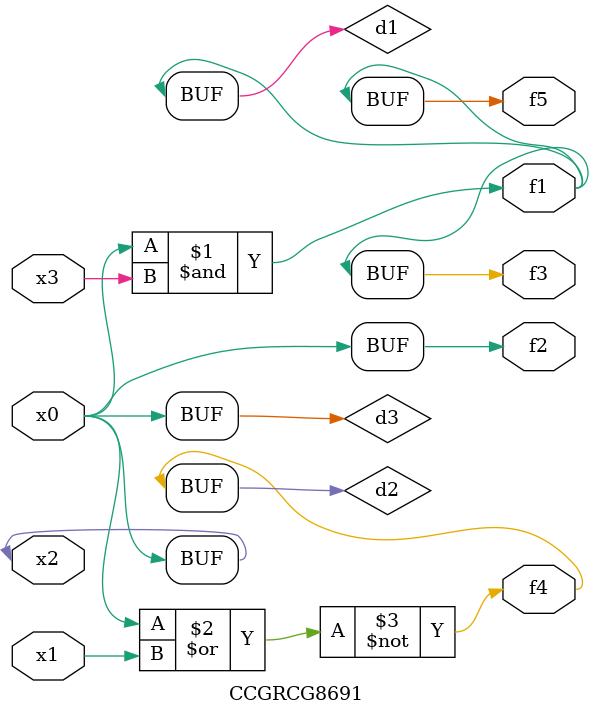
<source format=v>
module CCGRCG8691(
	input x0, x1, x2, x3,
	output f1, f2, f3, f4, f5
);

	wire d1, d2, d3;

	and (d1, x2, x3);
	nor (d2, x0, x1);
	buf (d3, x0, x2);
	assign f1 = d1;
	assign f2 = d3;
	assign f3 = d1;
	assign f4 = d2;
	assign f5 = d1;
endmodule

</source>
